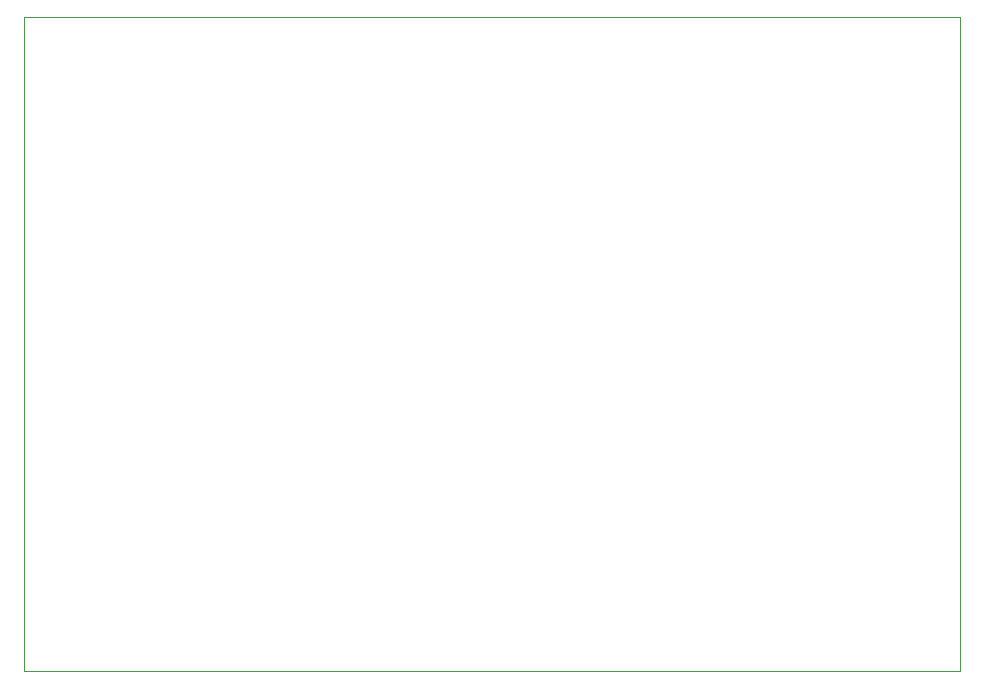
<source format=gm1>
G04 #@! TF.FileFunction,Profile,NP*
%FSLAX46Y46*%
G04 Gerber Fmt 4.6, Leading zero omitted, Abs format (unit mm)*
G04 Created by KiCad (PCBNEW (2015-07-01 BZR 5850, Git 51c0ae3)-product) date 2015-08-02 11:37:13*
%MOMM*%
G01*
G04 APERTURE LIST*
%ADD10C,0.100000*%
G04 APERTURE END LIST*
D10*
X53822600Y-121907300D02*
X53822600Y-66535300D01*
X58394600Y-121907300D02*
X53822600Y-121907300D01*
X133070600Y-121907300D02*
X58394600Y-121907300D01*
X133070600Y-66535300D02*
X133070600Y-121907300D01*
X53822600Y-66535300D02*
X133070600Y-66535300D01*
M02*

</source>
